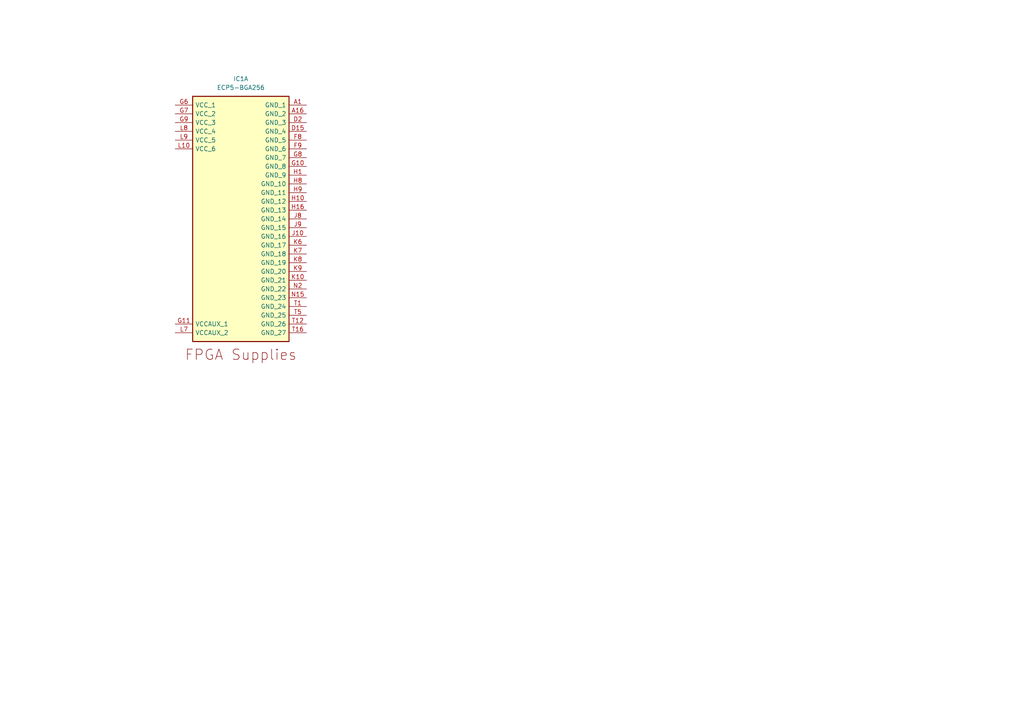
<source format=kicad_sch>
(kicad_sch (version 20250114) (generator "eeschema") (generator_version "9.0")
  (paper "A4")
  (lib_symbols
    (symbol "ecp5bga256:ECP5-BGA256" (pin_names (offset 0.762))
      (property "Reference" "IC" (at 1.27 45.72 0))
      (property "Value" "ECP5-BGA256" (at 1.27 43.18 0))
      (symbol "ECP5-BGA256_1_0"
        (rectangle (start -13.97 35.56) (end 13.97 -35.56) (stroke (width 0.3048)) (fill (type background)))
      )
      (symbol "ECP5-BGA256_1_1"
        (text "FPGA Supplies" (at 0 -39.37 0) (effects (font (size 2.9972 2.9972))))
        (pin power_in line (at -19.05 33.02 0) (length 5.08) (name "VCC_1") (number "G6"))
        (pin power_in line (at -19.05 30.48 0) (length 5.08) (name "VCC_2") (number "G7"))
        (pin power_in line (at -19.05 27.94 0) (length 5.08) (name "VCC_3") (number "G9"))
        (pin power_in line (at -19.05 25.4 0) (length 5.08) (name "VCC_4") (number "L8"))
        (pin power_in line (at -19.05 22.86 0) (length 5.08) (name "VCC_5") (number "L9"))
        (pin power_in line (at -19.05 20.32 0) (length 5.08) (name "VCC_6") (number "L10"))
        (pin power_in line (at -19.05 -30.48 0) (length 5.08) (name "VCCAUX_1") (number "G11"))
        (pin power_in line (at -19.05 -33.02 0) (length 5.08) (name "VCCAUX_2") (number "L7"))
        (pin power_in line (at 19.05 33.02 180) (length 5.08) (name "GND_1") (number "A1"))
        (pin power_in line (at 19.05 30.48 180) (length 5.08) (name "GND_2") (number "A16"))
        (pin power_in line (at 19.05 27.94 180) (length 5.08) (name "GND_3") (number "D2"))
        (pin power_in line (at 19.05 25.4 180) (length 5.08) (name "GND_4") (number "D15"))
        (pin power_in line (at 19.05 22.86 180) (length 5.08) (name "GND_5") (number "F8"))
        (pin power_in line (at 19.05 20.32 180) (length 5.08) (name "GND_6") (number "F9"))
        (pin power_in line (at 19.05 17.78 180) (length 5.08) (name "GND_7") (number "G8"))
        (pin power_in line (at 19.05 15.24 180) (length 5.08) (name "GND_8") (number "G10"))
        (pin power_in line (at 19.05 12.7 180) (length 5.08) (name "GND_9") (number "H1"))
        (pin power_in line (at 19.05 10.16 180) (length 5.08) (name "GND_10") (number "H8"))
        (pin power_in line (at 19.05 7.62 180) (length 5.08) (name "GND_11") (number "H9"))
        (pin power_in line (at 19.05 5.08 180) (length 5.08) (name "GND_12") (number "H10"))
        (pin power_in line (at 19.05 2.54 180) (length 5.08) (name "GND_13") (number "H16"))
        (pin power_in line (at 19.05 0 180) (length 5.08) (name "GND_14") (number "J8"))
        (pin power_in line (at 19.05 -2.54 180) (length 5.08) (name "GND_15") (number "J9"))
        (pin power_in line (at 19.05 -5.08 180) (length 5.08) (name "GND_16") (number "J10"))
        (pin power_in line (at 19.05 -7.62 180) (length 5.08) (name "GND_17") (number "K6"))
        (pin power_in line (at 19.05 -10.16 180) (length 5.08) (name "GND_18") (number "K7"))
        (pin power_in line (at 19.05 -12.7 180) (length 5.08) (name "GND_19") (number "K8"))
        (pin power_in line (at 19.05 -15.24 180) (length 5.08) (name "GND_20") (number "K9"))
        (pin power_in line (at 19.05 -17.78 180) (length 5.08) (name "GND_21") (number "K10"))
        (pin power_in line (at 19.05 -20.32 180) (length 5.08) (name "GND_22") (number "N2"))
        (pin power_in line (at 19.05 -22.86 180) (length 5.08) (name "GND_23") (number "N15"))
        (pin power_in line (at 19.05 -25.4 180) (length 5.08) (name "GND_24") (number "T1"))
        (pin power_in line (at 19.05 -27.94 180) (length 5.08) (name "GND_25") (number "T5"))
        (pin power_in line (at 19.05 -30.48 180) (length 5.08) (name "GND_26") (number "T12"))
        (pin power_in line (at 19.05 -33.02 180) (length 5.08) (name "GND_27") (number "T16"))
      )
      (symbol "ECP5-BGA256_2_1"
        (rectangle (start -8.89 31.75) (end 8.89 -31.75) (stroke (width 0.3048)) (fill (type background)))
        (text "Bank 0" (at 0 -35.56 0) (effects (font (size 2.9972 2.9972))))
        (pin power_in line (at -5.08 36.83 270) (length 5.08) (name "VCCIO0_2") (number "F7"))
        (pin power_in line (at -2.54 36.83 270) (length 5.08) (name "VCCIO0_1") (number "F6"))
        (pin bidirectional line (at 13.97 29.21 180) (length 5.08) (name "PT4A") (number "A2"))
        (pin bidirectional line (at 13.97 26.67 180) (length 5.08) (name "PT4B") (number "B3"))
        (pin bidirectional line (at 13.97 24.13 180) (length 5.08) (name "PT6A") (number "A3"))
        (pin bidirectional line (at 13.97 21.59 180) (length 5.08) (name "PT6B") (number "A4"))
        (pin bidirectional line (at 13.97 19.05 180) (length 5.08) (name "PT9A") (number "E4"))
        (pin bidirectional line (at 13.97 16.51 180) (length 5.08) (name "PT9B") (number "D4"))
        (pin bidirectional line (at 13.97 13.97 180) (length 5.08) (name "PT11A") (number "C4"))
        (pin bidirectional line (at 13.97 11.43 180) (length 5.08) (name "PT11B") (number "B4"))
        (pin bidirectional line (at 13.97 8.89 180) (length 5.08) (name "PT13A") (number "E5"))
        (pin bidirectional line (at 13.97 6.35 180) (length 5.08) (name "PT13B") (number "D5"))
        (pin bidirectional line (at 13.97 3.81 180) (length 5.08) (name "PT15A") (number "C5"))
        (pin bidirectional line (at 13.97 1.27 180) (length 5.08) (name "PT15B") (number "B5"))
        (pin bidirectional line (at 13.97 -1.27 180) (length 5.08) (name "PT18A") (number "A5"))
        (pin bidirectional line (at 13.97 -3.81 180) (length 5.08) (name "PT18B") (number "A6"))
        (pin bidirectional line (at 13.97 -6.35 180) (length 5.08) (name "PT20A") (number "E6"))
        (pin bidirectional line (at 13.97 -8.89 180) (length 5.08) (name "PT20B") (number "D6"))
        (pin bidirectional line (at 13.97 -11.43 180) (length 5.08) (name "PT22A") (number "C6"))
        (pin bidirectional line (at 13.97 -13.97 180) (length 5.08) (name "PT22B") (number "B6"))
        (pin bidirectional line (at 13.97 -16.51 180) (length 5.08) (name "PT24A") (number "E7"))
        (pin bidirectional line (at 13.97 -19.05 180) (length 5.08) (name "PT24B") (number "D7"))
        (pin bidirectional line (at 13.97 -21.59 180) (length 5.08) (name "PT27A") (number "C7"))
        (pin bidirectional line (at 13.97 -24.13 180) (length 5.08) (name "PT27B") (number "B7"))
        (pin bidirectional line (at 13.97 -26.67 180) (length 5.08) (name "PT29A") (number "A7"))
        (pin bidirectional line (at 13.97 -29.21 180) (length 5.08) (name "PT29B") (number "A8"))
      )
      (symbol "ECP5-BGA256_3_0"
        (rectangle (start -8.89 41.91) (end 8.89 -41.91) (stroke (width 0.3048)) (fill (type background)))
      )
      (symbol "ECP5-BGA256_3_1"
        (text "Bank 1" (at 0 -45.72 0) (effects (font (size 2.9972 2.9972))))
        (pin power_in line (at -5.08 46.99 270) (length 5.08) (name "VCCIO1_2") (number "F11"))
        (pin power_in line (at -2.54 46.99 270) (length 5.08) (name "VCCIO1_1") (number "F10"))
        (pin bidirectional line (at 13.97 39.37 180) (length 5.08) (name "PT33A") (number "E8"))
        (pin bidirectional line (at 13.97 36.83 180) (length 5.08) (name "PT33B") (number "D8"))
        (pin bidirectional line (at 13.97 34.29 180) (length 5.08) (name "PT35A") (number "C8"))
        (pin bidirectional line (at 13.97 31.75 180) (length 5.08) (name "PT35B") (number "B8"))
        (pin bidirectional line (at 13.97 29.21 180) (length 5.08) (name "PT38A") (number "B9"))
        (pin bidirectional line (at 13.97 26.67 180) (length 5.08) (name "PT38B") (number "C9"))
        (pin bidirectional line (at 13.97 24.13 180) (length 5.08) (name "PT40A") (number "D9"))
        (pin bidirectional line (at 13.97 21.59 180) (length 5.08) (name "PT40B") (number "E9"))
        (pin bidirectional line (at 13.97 19.05 180) (length 5.08) (name "PT42A") (number "A9"))
        (pin bidirectional line (at 13.97 16.51 180) (length 5.08) (name "PT42B") (number "A10"))
        (pin bidirectional line (at 13.97 13.97 180) (length 5.08) (name "PT44A") (number "B10"))
        (pin bidirectional line (at 13.97 11.43 180) (length 5.08) (name "PT44B") (number "C10"))
        (pin bidirectional line (at 13.97 8.89 180) (length 5.08) (name "PT47A") (number "D10"))
        (pin bidirectional line (at 13.97 6.35 180) (length 5.08) (name "PT47B") (number "E10"))
        (pin bidirectional line (at 13.97 3.81 180) (length 5.08) (name "PT49A") (number "B11"))
        (pin bidirectional line (at 13.97 1.27 180) (length 5.08) (name "PT49B") (number "C11"))
        (pin bidirectional line (at 13.97 -1.27 180) (length 5.08) (name "PT51A") (number "D11"))
        (pin bidirectional line (at 13.97 -3.81 180) (length 5.08) (name "PT51B") (number "E11"))
        (pin bidirectional line (at 13.97 -6.35 180) (length 5.08) (name "PT53A") (number "A11"))
        (pin bidirectional line (at 13.97 -8.89 180) (length 5.08) (name "PT53B") (number "A12"))
        (pin bidirectional line (at 13.97 -11.43 180) (length 5.08) (name "PT56A") (number "B12"))
        (pin bidirectional line (at 13.97 -13.97 180) (length 5.08) (name "PT56B") (number "C12"))
        (pin bidirectional line (at 13.97 -16.51 180) (length 5.08) (name "PT58A") (number "D12"))
        (pin bidirectional line (at 13.97 -19.05 180) (length 5.08) (name "PT58B") (number "E12"))
        (pin bidirectional line (at 13.97 -21.59 180) (length 5.08) (name "PT60A") (number "B13"))
        (pin bidirectional line (at 13.97 -24.13 180) (length 5.08) (name "PT60B") (number "C13"))
        (pin bidirectional line (at 13.97 -26.67 180) (length 5.08) (name "PT62A") (number "D13"))
        (pin bidirectional line (at 13.97 -29.21 180) (length 5.08) (name "PT62B") (number "E13"))
        (pin bidirectional line (at 13.97 -31.75 180) (length 5.08) (name "PT65A") (number "A13"))
        (pin bidirectional line (at 13.97 -34.29 180) (length 5.08) (name "PT65B") (number "A14"))
        (pin bidirectional line (at 13.97 -36.83 180) (length 5.08) (name "PT67A") (number "B14"))
        (pin bidirectional line (at 13.97 -39.37 180) (length 5.08) (name "PT67B") (number "A15"))
      )
      (symbol "ECP5-BGA256_4_1"
        (rectangle (start -17.78 41.91) (end 8.89 -41.91) (stroke (width 0.3048)) (fill (type background)))
        (text "Bank 2" (at 0 -45.72 0) (effects (font (size 2.9972 2.9972))))
        (pin power_in line (at -11.43 46.99 270) (length 5.08) (name "VCCIO2_1") (number "H11"))
        (pin power_in line (at -8.89 46.99 270) (length 5.08) (name "VCCIO2_2") (number "J11"))
        (pin bidirectional line (at 13.97 39.37 180) (length 5.08) (name "PR2A/RDQ8") (number "B16"))
        (pin bidirectional line (at 13.97 36.83 180) (length 5.08) (name "PR2B") (number "B15"))
        (pin bidirectional line (at 13.97 34.29 180) (length 5.08) (name "PR2C") (number "C14"))
        (pin bidirectional line (at 13.97 31.75 180) (length 5.08) (name "PR2D") (number "D14"))
        (pin bidirectional line (at 13.97 29.21 180) (length 5.08) (name "PR5A") (number "C16"))
        (pin bidirectional line (at 13.97 26.67 180) (length 5.08) (name "PR5B") (number "C15"))
        (pin bidirectional line (at 13.97 24.13 180) (length 5.08) (name "PR5C") (number "E14"))
        (pin bidirectional line (at 13.97 21.59 180) (length 5.08) (name "PR5D") (number "F14"))
        (pin bidirectional line (at 13.97 19.05 180) (length 5.08) (name "PR8A") (number "D16"))
        (pin bidirectional line (at 13.97 16.51 180) (length 5.08) (name "PR8B") (number "E15"))
        (pin bidirectional line (at 13.97 13.97 180) (length 5.08) (name "PR8C") (number "F13"))
        (pin bidirectional line (at 13.97 11.43 180) (length 5.08) (name "PR8D") (number "F12"))
        (pin bidirectional line (at 13.97 8.89 180) (length 5.08) (name "PR11A") (number "G12"))
        (pin bidirectional line (at 13.97 6.35 180) (length 5.08) (name "PR11B") (number "G13"))
        (pin bidirectional line (at 13.97 3.81 180) (length 5.08) (name "PR11C") (number "F15"))
        (pin bidirectional line (at 13.97 1.27 180) (length 5.08) (name "PR11D") (number "E16"))
        (pin bidirectional line (at 13.97 -1.27 180) (length 5.08) (name "PR14A") (number "F16"))
        (pin bidirectional line (at 13.97 -3.81 180) (length 5.08) (name "PR14B") (number "G15"))
        (pin bidirectional line (at 13.97 -6.35 180) (length 5.08) (name "PR14C") (number "G14"))
        (pin bidirectional line (at 13.97 -8.89 180) (length 5.08) (name "PR14D") (number "H14"))
        (pin bidirectional line (at 13.97 -11.43 180) (length 5.08) (name "PR17A") (number "H12"))
        (pin bidirectional line (at 13.97 -13.97 180) (length 5.08) (name "PR17B") (number "H13"))
        (pin bidirectional line (at 13.97 -16.51 180) (length 5.08) (name "PR17C") (number "J13"))
        (pin bidirectional line (at 13.97 -19.05 180) (length 5.08) (name "PR17D") (number "J12"))
        (pin bidirectional line (at 13.97 -21.59 180) (length 5.08) (name "PR20A") (number "G16"))
        (pin bidirectional line (at 13.97 -24.13 180) (length 5.08) (name "PR20B") (number "H15"))
        (pin bidirectional line (at 13.97 -26.67 180) (length 5.08) (name "PR20C") (number "J14"))
        (pin bidirectional line (at 13.97 -29.21 180) (length 5.08) (name "PR20D") (number "K14"))
        (pin bidirectional line (at 13.97 -31.75 180) (length 5.08) (name "PR23A") (number "J16"))
        (pin bidirectional line (at 13.97 -34.29 180) (length 5.08) (name "PR23B") (number "J15"))
        (pin bidirectional line (at 13.97 -36.83 180) (length 5.08) (name "PR23C") (number "K16"))
        (pin bidirectional line (at 13.97 -39.37 180) (length 5.08) (name "PR23D") (number "K15"))
      )
      (symbol "ECP5-BGA256_5_0"
        (rectangle (start -8.89 41.91) (end 8.89 -41.91) (stroke (width 0.3048)) (fill (type background)))
      )
      (symbol "ECP5-BGA256_5_1"
        (text "Bank 3" (at 0 -45.72 0) (effects (font (size 2.9972 2.9972))))
        (pin power_in line (at -5.08 46.99 270) (length 5.08) (name "VCCIO3_1") (number "K11"))
        (pin power_in line (at -2.54 46.99 270) (length 5.08) (name "VCCIO3_2") (number "L11"))
        (pin bidirectional line (at 13.97 39.37 180) (length 5.08) (name "PR26A") (number "L16"))
        (pin bidirectional line (at 13.97 36.83 180) (length 5.08) (name "PR26B") (number "L15"))
        (pin bidirectional line (at 13.97 34.29 180) (length 5.08) (name "PR26C") (number "M16"))
        (pin bidirectional line (at 13.97 31.75 180) (length 5.08) (name "PR26D") (number "M15"))
        (pin bidirectional line (at 13.97 29.21 180) (length 5.08) (name "PR29A") (number "K13"))
        (pin bidirectional line (at 13.97 26.67 180) (length 5.08) (name "PR29B") (number "K12"))
        (pin bidirectional line (at 13.97 24.13 180) (length 5.08) (name "PR29C") (number "L13"))
        (pin bidirectional line (at 13.97 21.59 180) (length 5.08) (name "PR29D") (number "L12"))
        (pin bidirectional line (at 13.97 19.05 180) (length 5.08) (name "PR32A") (number "N16"))
        (pin bidirectional line (at 13.97 16.51 180) (length 5.08) (name "PR32B") (number "P15"))
        (pin bidirectional line (at 13.97 13.97 180) (length 5.08) (name "PR32C") (number "L14"))
        (pin bidirectional line (at 13.97 11.43 180) (length 5.08) (name "PR32D") (number "M14"))
        (pin bidirectional line (at 13.97 8.89 180) (length 5.08) (name "PR35A") (number "P16"))
        (pin bidirectional line (at 13.97 6.35 180) (length 5.08) (name "PR35B") (number "R16"))
        (pin bidirectional line (at 13.97 3.81 180) (length 5.08) (name "PR35C") (number "M13"))
        (pin bidirectional line (at 13.97 1.27 180) (length 5.08) (name "PR35D") (number "N14"))
        (pin bidirectional line (at 13.97 -1.27 180) (length 5.08) (name "PR38A") (number "N13"))
        (pin bidirectional line (at 13.97 -3.81 180) (length 5.08) (name "PR38B") (number "P14"))
        (pin bidirectional line (at 13.97 -6.35 180) (length 5.08) (name "PR38C") (number "R15"))
        (pin bidirectional line (at 13.97 -8.89 180) (length 5.08) (name "PR38D") (number "T15"))
        (pin bidirectional line (at 13.97 -11.43 180) (length 5.08) (name "PR41A") (number "P13"))
        (pin bidirectional line (at 13.97 -13.97 180) (length 5.08) (name "PR41B") (number "R14"))
        (pin bidirectional line (at 13.97 -16.51 180) (length 5.08) (name "PR41C") (number "R13"))
        (pin bidirectional line (at 13.97 -19.05 180) (length 5.08) (name "PR41D") (number "T14"))
        (pin bidirectional line (at 13.97 -21.59 180) (length 5.08) (name "PR44A") (number "R12"))
        (pin bidirectional line (at 13.97 -24.13 180) (length 5.08) (name "PR44B") (number "T13"))
        (pin bidirectional line (at 13.97 -26.67 180) (length 5.08) (name "PR44C") (number "M12"))
        (pin bidirectional line (at 13.97 -29.21 180) (length 5.08) (name "PR44D") (number "N12"))
        (pin bidirectional line (at 13.97 -31.75 180) (length 5.08) (name "PR47A") (number "M11"))
        (pin bidirectional line (at 13.97 -34.29 180) (length 5.08) (name "PR47B") (number "N11"))
        (pin bidirectional line (at 13.97 -36.83 180) (length 5.08) (name "PR47C") (number "P11"))
        (pin bidirectional line (at 13.97 -39.37 180) (length 5.08) (name "PR47D") (number "P12"))
      )
      (symbol "ECP5-BGA256_6_1"
        (rectangle (start -8.89 41.91) (end 8.89 -41.91) (stroke (width 0.3048)) (fill (type background)))
        (text "Bank 6" (at 0 -45.72 0) (effects (font (size 2.9972 2.9972))))
        (pin power_in line (at -5.08 46.99 270) (length 5.08) (name "VCCIO6_1") (number "J6"))
        (pin power_in line (at -2.54 46.99 270) (length 5.08) (name "VCCIO6_2") (number "J7"))
        (pin bidirectional line (at 13.97 39.37 180) (length 5.08) (name "PL26A") (number "L1"))
        (pin bidirectional line (at 13.97 36.83 180) (length 5.08) (name "PL26B") (number "L2"))
        (pin bidirectional line (at 13.97 34.29 180) (length 5.08) (name "PL26C") (number "M1"))
        (pin bidirectional line (at 13.97 31.75 180) (length 5.08) (name "PL26D") (number "M2"))
        (pin bidirectional line (at 13.97 29.21 180) (length 5.08) (name "PL29A") (number "K4"))
        (pin bidirectional line (at 13.97 26.67 180) (length 5.08) (name "PL29B") (number "K5"))
        (pin bidirectional line (at 13.97 24.13 180) (length 5.08) (name "PL29C") (number "L4"))
        (pin bidirectional line (at 13.97 21.59 180) (length 5.08) (name "PL29D") (number "L5"))
        (pin bidirectional line (at 13.97 19.05 180) (length 5.08) (name "PL32A") (number "N1"))
        (pin bidirectional line (at 13.97 16.51 180) (length 5.08) (name "PL32B") (number "P2"))
        (pin bidirectional line (at 13.97 13.97 180) (length 5.08) (name "PL32C") (number "L3"))
        (pin bidirectional line (at 13.97 11.43 180) (length 5.08) (name "PL32D") (number "M3"))
        (pin bidirectional line (at 13.97 8.89 180) (length 5.08) (name "PL35A") (number "P1"))
        (pin bidirectional line (at 13.97 6.35 180) (length 5.08) (name "PL35B") (number "R1"))
        (pin bidirectional line (at 13.97 3.81 180) (length 5.08) (name "PL35C") (number "M4"))
        (pin bidirectional line (at 13.97 1.27 180) (length 5.08) (name "PL35D") (number "N3"))
        (pin bidirectional line (at 13.97 -1.27 180) (length 5.08) (name "PL38A") (number "N4"))
        (pin bidirectional line (at 13.97 -3.81 180) (length 5.08) (name "PL38B") (number "P3"))
        (pin bidirectional line (at 13.97 -6.35 180) (length 5.08) (name "PL38C") (number "R2"))
        (pin bidirectional line (at 13.97 -8.89 180) (length 5.08) (name "PL38D") (number "T2"))
        (pin bidirectional line (at 13.97 -11.43 180) (length 5.08) (name "PL44A") (number "R5"))
        (pin bidirectional line (at 13.97 -13.97 180) (length 5.08) (name "PL44B") (number "T4"))
        (pin bidirectional line (at 13.97 -16.51 180) (length 5.08) (name "PL44C") (number "M5"))
        (pin bidirectional line (at 13.97 -19.05 180) (length 5.08) (name "PL44D") (number "N5"))
        (pin bidirectional line (at 13.97 -21.59 180) (length 5.08) (name "PL41A") (number "P4"))
        (pin bidirectional line (at 13.97 -24.13 180) (length 5.08) (name "PL41B") (number "R3"))
        (pin bidirectional line (at 13.97 -26.67 180) (length 5.08) (name "PL41C") (number "R4"))
        (pin bidirectional line (at 13.97 -29.21 180) (length 5.08) (name "PL41D") (number "T3"))
        (pin bidirectional line (at 13.97 -31.75 180) (length 5.08) (name "PL47A") (number "M6"))
        (pin bidirectional line (at 13.97 -34.29 180) (length 5.08) (name "PL47B") (number "N6"))
        (pin bidirectional line (at 13.97 -36.83 180) (length 5.08) (name "PL47D") (number "P5"))
        (pin bidirectional line (at 13.97 -39.37 180) (length 5.08) (name "PL47C") (number "P6"))
      )
      (symbol "ECP5-BGA256_7_1"
        (rectangle (start -8.89 41.91) (end 8.89 -41.91) (stroke (width 0.3048)) (fill (type background)))
        (text "Bank 7" (at 0 -45.72 0) (effects (font (size 2.9972 2.9972))))
        (pin power_in line (at -5.08 46.99 270) (length 5.08) (name "VCCIO7_2") (number "H7"))
        (pin power_in line (at -2.54 46.99 270) (length 5.08) (name "VCCIO7_1") (number "H6"))
        (pin bidirectional line (at 13.97 39.37 180) (length 5.08) (name "PL2A") (number "B1"))
        (pin bidirectional line (at 13.97 36.83 180) (length 5.08) (name "PL2B") (number "B2"))
        (pin bidirectional line (at 13.97 34.29 180) (length 5.08) (name "PL2C") (number "C3"))
        (pin bidirectional line (at 13.97 31.75 180) (length 5.08) (name "PL2D") (number "D3"))
        (pin bidirectional line (at 13.97 29.21 180) (length 5.08) (name "PL5A") (number "C1"))
        (pin bidirectional line (at 13.97 26.67 180) (length 5.08) (name "PL5B") (number "C2"))
        (pin bidirectional line (at 13.97 24.13 180) (length 5.08) (name "PL5C") (number "E3"))
        (pin bidirectional line (at 13.97 21.59 180) (length 5.08) (name "PL5D") (number "F3"))
        (pin bidirectional line (at 13.97 19.05 180) (length 5.08) (name "PL8A") (number "D1"))
        (pin bidirectional line (at 13.97 16.51 180) (length 5.08) (name "PL8B") (number "E2"))
        (pin bidirectional line (at 13.97 13.97 180) (length 5.08) (name "PL8C") (number "F4"))
        (pin bidirectional line (at 13.97 11.43 180) (length 5.08) (name "PL8D") (number "F5"))
        (pin bidirectional line (at 13.97 8.89 180) (length 5.08) (name "PL11A") (number "G5"))
        (pin bidirectional line (at 13.97 6.35 180) (length 5.08) (name "PL11B") (number "G4"))
        (pin bidirectional line (at 13.97 3.81 180) (length 5.08) (name "PL11C") (number "F2"))
        (pin bidirectional line (at 13.97 1.27 180) (length 5.08) (name "PL11D") (number "E1"))
        (pin bidirectional line (at 13.97 -1.27 180) (length 5.08) (name "PL14A") (number "F1"))
        (pin bidirectional line (at 13.97 -3.81 180) (length 5.08) (name "PL14B") (number "G2"))
        (pin bidirectional line (at 13.97 -6.35 180) (length 5.08) (name "PL14C") (number "G3"))
        (pin bidirectional line (at 13.97 -8.89 180) (length 5.08) (name "PL14D") (number "H3"))
        (pin bidirectional line (at 13.97 -11.43 180) (length 5.08) (name "PL17A") (number "H5"))
        (pin bidirectional line (at 13.97 -13.97 180) (length 5.08) (name "PL17B") (number "H4"))
        (pin bidirectional line (at 13.97 -16.51 180) (length 5.08) (name "PL17C") (number "J4"))
        (pin bidirectional line (at 13.97 -19.05 180) (length 5.08) (name "PL17D") (number "J5"))
        (pin bidirectional line (at 13.97 -21.59 180) (length 5.08) (name "PL20A") (number "G1"))
        (pin bidirectional line (at 13.97 -24.13 180) (length 5.08) (name "PL20B") (number "H2"))
        (pin bidirectional line (at 13.97 -26.67 180) (length 5.08) (name "PL20C") (number "J3"))
        (pin bidirectional line (at 13.97 -29.21 180) (length 5.08) (name "PL20D") (number "K3"))
        (pin bidirectional line (at 13.97 -31.75 180) (length 5.08) (name "PL23A") (number "J1"))
        (pin bidirectional line (at 13.97 -34.29 180) (length 5.08) (name "PL23B") (number "J2"))
        (pin bidirectional line (at 13.97 -36.83 180) (length 5.08) (name "PL23C") (number "K1"))
        (pin bidirectional line (at 13.97 -39.37 180) (length 5.08) (name "PL23D") (number "K2"))
      )
      (symbol "ECP5-BGA256_8_0"
        (text "Bank 8 (Config)" (at 0 -43.18 0) (effects (font (size 2.9972 2.9972))))
      )
      (symbol "ECP5-BGA256_8_1"
        (rectangle (start -15.24 39.37) (end 15.24 -39.37) (stroke (width 0.3048)) (fill (type background)))
        (pin power_in line (at -10.16 44.45 270) (length 5.08) (name "VCCIO8") (number "L6"))
        (pin bidirectional line (at 20.32 36.83 180) (length 5.08) (name "D7/PB4A") (number "T6"))
        (pin bidirectional line (at 20.32 34.29 180) (length 5.08) (name "D6/PB4B") (number "R6"))
        (pin bidirectional line (at 20.32 31.75 180) (length 5.08) (name "D5/POCI2/PB6A") (number "R7"))
        (pin bidirectional line (at 20.32 29.21 180) (length 5.08) (name "D4/PICO2/PB6B") (number "P7"))
        (pin bidirectional line (at 20.32 26.67 180) (length 5.08) (name "D3/IO3/PB9A") (number "N7"))
        (pin bidirectional line (at 20.32 24.13 180) (length 5.08) (name "D2/IO2/PB9B") (number "M7"))
        (pin bidirectional line (at 20.32 21.59 180) (length 5.08) (name "D1/POCI/IO1/PB11A") (number "T7"))
        (pin bidirectional line (at 20.32 19.05 180) (length 5.08) (name "D0/PICO/IO0/PB11B") (number "T8"))
        (pin bidirectional line (at 20.32 16.51 180) (length 5.08) (name "~{CS}/~{S}/PB13A") (number "R8"))
        (pin bidirectional line (at 20.32 13.97 180) (length 5.08) (name "~{CS1}/PB13B") (number "P8"))
        (pin bidirectional line (at 20.32 11.43 180) (length 5.08) (name "~{HOLD}/DI/BUSY/~{CSSPI}/PB15A") (number "N8"))
        (pin bidirectional line (at 20.32 8.89 180) (length 5.08) (name "DOUT/~{CSO}/PB15B") (number "M8"))
        (pin bidirectional line (at 20.32 6.35 180) (length 5.08) (name "~{WRITE}/PB18A") (number "M9"))
        (pin input line (at 20.32 -1.27 180) (length 5.08) (name "TMS") (number "T11"))
        (pin input line (at 20.32 -3.81 180) (length 5.08) (name "TCK") (number "T10"))
        (pin input line (at 20.32 -6.35 180) (length 5.08) (name "TDI") (number "R11"))
        (pin output line (at 20.32 -8.89 180) (length 5.08) (name "TDO") (number "M10"))
        (pin bidirectional line (at 20.32 -15.24 180) (length 5.08) (name "MCLK/CCLK") (number "N9"))
        (pin input line (at 20.32 -20.32 180) (length 5.08) (name "CFG0") (number "N10"))
        (pin input line (at 20.32 -22.86 180) (length 5.08) (name "CFG1") (number "P10"))
        (pin input line (at 20.32 -25.4 180) (length 5.08) (name "CFG2") (number "R10"))
        (pin bidirectional line (at 20.32 -31.75 180) (length 5.08) (name "DONE") (number "P9"))
        (pin bidirectional line (at 20.32 -34.29 180) (length 5.08) (name "~{INIT}") (number "T9"))
        (pin bidirectional line (at 20.32 -36.83 180) (length 5.08) (name "~{PROGRAM}") (number "R9"))
      )
    )
  )
  (symbol (lib_id "ecp5bga256:ECP5-BGA256") (at 69.85 63.5 0) (unit 1)
    (property "Reference" "IC1" (at 69.85 22.86 0))
    (property "Value" "ECP5-BGA256" (at 69.85 25.4 0))
    (property "Footprint" "BGA256C80P16X16_1400X1400X170" (effects (hide yes)))
    (property "Description" "FPGA - Field Programmable Gate Array ECP5; 12k LUTs; 1.1V" (effects (hide yes)))
    (property "Manufacturer" "Lattice" (effects (hide yes)))
    (property "Part Number" "LFE5U-12F-6BG256C" (effects (hide yes)))
  )
)
</source>
